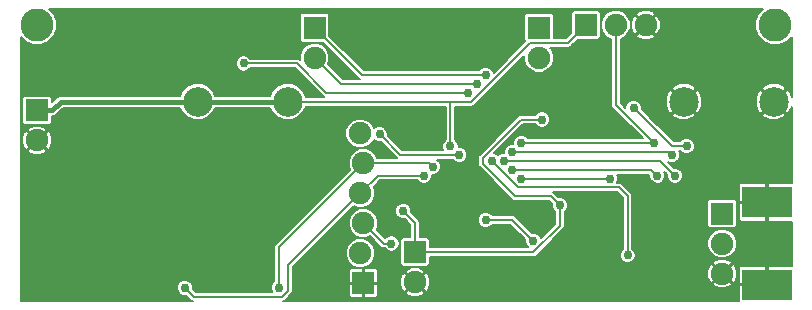
<source format=gbl>
G04 (created by PCBNEW (2013-07-07 BZR 4022)-stable) date 2/9/2014 4:03:41 PM*
%MOIN*%
G04 Gerber Fmt 3.4, Leading zero omitted, Abs format*
%FSLAX34Y34*%
G01*
G70*
G90*
G04 APERTURE LIST*
%ADD10C,0.00590551*%
%ADD11R,0.075X0.075*%
%ADD12C,0.075*%
%ADD13C,0.0984252*%
%ADD14C,0.110236*%
%ADD15R,0.165X0.1049*%
%ADD16C,0.03*%
%ADD17C,0.035*%
%ADD18C,0.008*%
%ADD19C,0.016*%
G04 APERTURE END LIST*
G54D10*
G54D11*
X11664Y-9389D03*
G54D12*
X11564Y-8389D03*
X11664Y-7389D03*
X11564Y-6389D03*
X11664Y-5389D03*
X11555Y-4397D03*
G54D11*
X17519Y-877D03*
G54D12*
X17519Y-1877D03*
G54D11*
X13385Y-8358D03*
G54D12*
X13385Y-9358D03*
G54D11*
X10039Y-877D03*
G54D12*
X10039Y-1877D03*
G54D11*
X787Y-3633D03*
G54D12*
X787Y-4633D03*
G54D11*
X19078Y-787D03*
G54D12*
X20078Y-787D03*
X21078Y-787D03*
G54D11*
X23622Y-7070D03*
G54D12*
X23622Y-8070D03*
X23622Y-9070D03*
G54D13*
X9147Y-3346D03*
X6147Y-3346D03*
X25348Y-3346D03*
X22348Y-3346D03*
G54D14*
X25393Y-787D03*
X787Y-787D03*
G54D15*
X25118Y-9448D03*
X25118Y-6692D03*
G54D16*
X12992Y-6988D03*
X17618Y-3937D03*
X18208Y-6791D03*
X12598Y-8070D03*
X14566Y-4822D03*
X17322Y-7972D03*
X15748Y-7283D03*
X15944Y-5314D03*
X20472Y-8464D03*
X15452Y-2755D03*
X15748Y-2460D03*
X15157Y-3051D03*
X7677Y-2066D03*
X12204Y-4429D03*
X14862Y-5118D03*
X22047Y-5807D03*
X16338Y-5314D03*
X5708Y-9547D03*
X13681Y-5807D03*
X21456Y-5807D03*
X16633Y-5610D03*
X21948Y-5118D03*
X16633Y-5019D03*
X19881Y-5905D03*
X16929Y-5905D03*
X16929Y-4724D03*
X21358Y-4724D03*
X8858Y-9547D03*
X13976Y-5511D03*
X22440Y-4822D03*
X20669Y-3543D03*
X17618Y-6791D03*
X17125Y-3346D03*
X19586Y-2165D03*
X18799Y-2952D03*
X19586Y-2952D03*
X20374Y-2165D03*
X18799Y-2165D03*
X21751Y-8464D03*
X21161Y-8464D03*
X20866Y-6988D03*
X22440Y-6889D03*
X21751Y-6988D03*
X23228Y-2952D03*
X20472Y-2952D03*
X21062Y-2952D03*
X23720Y-2460D03*
X21948Y-2165D03*
X21161Y-2165D03*
X22736Y-2165D03*
X24015Y-3346D03*
X1870Y-8169D03*
X590Y-7480D03*
X1870Y-8858D03*
X590Y-9547D03*
X393Y-8267D03*
X393Y-8759D03*
X10433Y-9645D03*
X18799Y-9153D03*
X14763Y-787D03*
X12500Y-787D03*
X13188Y-3641D03*
X24901Y-5807D03*
X24901Y-4822D03*
X22440Y-9055D03*
X3543Y-787D03*
X3543Y-393D03*
X3543Y-4921D03*
X3543Y-5314D03*
X3543Y-4527D03*
X10433Y-5314D03*
X8543Y-6259D03*
X6023Y-6259D03*
X7283Y-6259D03*
X3503Y-6259D03*
X2874Y-6259D03*
X2244Y-6259D03*
X7283Y-8661D03*
X8543Y-8661D03*
X12598Y-6889D03*
X18897Y-6988D03*
X20669Y-5905D03*
G54D17*
X16437Y-9153D03*
G54D18*
X13385Y-7381D02*
X13385Y-8358D01*
X12992Y-6988D02*
X13385Y-7381D01*
X13385Y-8358D02*
X17330Y-8358D01*
X17330Y-8358D02*
X18208Y-7480D01*
X18208Y-7480D02*
X18208Y-6791D01*
X15649Y-5216D02*
X15649Y-5413D01*
X17913Y-6496D02*
X16732Y-6496D01*
X17913Y-6496D02*
X18208Y-6791D01*
X16929Y-3937D02*
X17618Y-3937D01*
X16732Y-6496D02*
X15649Y-5413D01*
X15649Y-5216D02*
X16929Y-3937D01*
X12345Y-8070D02*
X11664Y-7389D01*
X12598Y-8070D02*
X12345Y-8070D01*
G54D19*
X6147Y-3346D02*
X1574Y-3346D01*
X1287Y-3633D02*
X787Y-3633D01*
X1574Y-3346D02*
X1287Y-3633D01*
G54D18*
X14566Y-3346D02*
X14566Y-4822D01*
G54D19*
X6147Y-3346D02*
X9147Y-3346D01*
G54D18*
X9147Y-3346D02*
X14566Y-3346D01*
X14566Y-3346D02*
X15255Y-3346D01*
X15255Y-3346D02*
X17224Y-1377D01*
X17224Y-1377D02*
X18488Y-1377D01*
X18488Y-1377D02*
X19078Y-787D01*
X16633Y-7283D02*
X17322Y-7972D01*
X15748Y-7283D02*
X16633Y-7283D01*
X15944Y-5314D02*
X16830Y-6200D01*
X20472Y-6496D02*
X20472Y-8464D01*
X20177Y-6200D02*
X20472Y-6496D01*
X16830Y-6200D02*
X20177Y-6200D01*
X15452Y-2755D02*
X10917Y-2755D01*
X10917Y-2755D02*
X10039Y-1877D01*
X15748Y-2460D02*
X11622Y-2460D01*
X11622Y-2460D02*
X10039Y-877D01*
X15157Y-3051D02*
X10433Y-3051D01*
X9448Y-2066D02*
X7677Y-2066D01*
X10433Y-3051D02*
X9448Y-2066D01*
X12893Y-5118D02*
X12204Y-4429D01*
X14862Y-5118D02*
X12893Y-5118D01*
X21555Y-5314D02*
X16338Y-5314D01*
X21555Y-5314D02*
X22047Y-5807D01*
X5708Y-9547D02*
X6003Y-9842D01*
X9153Y-8800D02*
X11564Y-6389D01*
X9153Y-9645D02*
X9153Y-8800D01*
X8956Y-9842D02*
X9153Y-9645D01*
X6003Y-9842D02*
X8956Y-9842D01*
X13681Y-5807D02*
X12146Y-5807D01*
X12146Y-5807D02*
X11564Y-6389D01*
X21259Y-5610D02*
X16633Y-5610D01*
X21259Y-5610D02*
X21456Y-5807D01*
X21948Y-5118D02*
X21850Y-5019D01*
X21850Y-5019D02*
X16633Y-5019D01*
X16929Y-5905D02*
X19881Y-5905D01*
X20078Y-787D02*
X20078Y-3444D01*
X20078Y-3444D02*
X21358Y-4724D01*
X21358Y-4724D02*
X16929Y-4724D01*
X8858Y-9547D02*
X8858Y-8195D01*
X8858Y-8195D02*
X11664Y-5389D01*
X11664Y-5389D02*
X13854Y-5389D01*
X13854Y-5389D02*
X13976Y-5511D01*
X21948Y-4822D02*
X22440Y-4822D01*
X20669Y-3543D02*
X21948Y-4822D01*
X19586Y-2165D02*
X19586Y-2952D01*
G54D10*
G36*
X25944Y-8804D02*
X25168Y-8804D01*
X25138Y-8834D01*
X25138Y-9428D01*
X25145Y-9428D01*
X25145Y-9468D01*
X25138Y-9468D01*
X25138Y-9476D01*
X25098Y-9476D01*
X25098Y-9468D01*
X25098Y-9428D01*
X25098Y-8834D01*
X25098Y-7307D01*
X25098Y-6712D01*
X25098Y-6672D01*
X25098Y-6078D01*
X25068Y-6048D01*
X24269Y-6048D01*
X24225Y-6066D01*
X24191Y-6100D01*
X24173Y-6144D01*
X24173Y-6192D01*
X24173Y-6642D01*
X24203Y-6672D01*
X25098Y-6672D01*
X25098Y-6712D01*
X24203Y-6712D01*
X24173Y-6742D01*
X24173Y-7193D01*
X24173Y-7241D01*
X24191Y-7285D01*
X24225Y-7319D01*
X24269Y-7337D01*
X25068Y-7337D01*
X25098Y-7307D01*
X25098Y-8834D01*
X25068Y-8804D01*
X24269Y-8804D01*
X24225Y-8822D01*
X24191Y-8856D01*
X24173Y-8900D01*
X24173Y-8948D01*
X24173Y-9398D01*
X24203Y-9428D01*
X25098Y-9428D01*
X25098Y-9468D01*
X24203Y-9468D01*
X24173Y-9498D01*
X24173Y-9949D01*
X24173Y-9997D01*
X24173Y-9999D01*
X24117Y-9999D01*
X24117Y-7972D01*
X24117Y-7972D01*
X24117Y-7422D01*
X24117Y-6672D01*
X24098Y-6627D01*
X24065Y-6594D01*
X24021Y-6575D01*
X23973Y-6575D01*
X23223Y-6575D01*
X23179Y-6594D01*
X23145Y-6627D01*
X23127Y-6671D01*
X23127Y-6719D01*
X23127Y-7469D01*
X23145Y-7513D01*
X23178Y-7547D01*
X23223Y-7565D01*
X23270Y-7565D01*
X24020Y-7565D01*
X24064Y-7547D01*
X24098Y-7513D01*
X24117Y-7469D01*
X24117Y-7422D01*
X24117Y-7972D01*
X24041Y-7790D01*
X23902Y-7651D01*
X23720Y-7575D01*
X23524Y-7575D01*
X23342Y-7650D01*
X23202Y-7790D01*
X23127Y-7971D01*
X23126Y-8168D01*
X23202Y-8350D01*
X23341Y-8490D01*
X23523Y-8565D01*
X23720Y-8565D01*
X23902Y-8490D01*
X24041Y-8351D01*
X24116Y-8169D01*
X24117Y-7972D01*
X24117Y-9999D01*
X24117Y-9999D01*
X24117Y-9169D01*
X24117Y-8972D01*
X24041Y-8790D01*
X23971Y-8749D01*
X23943Y-8777D01*
X23943Y-8721D01*
X23902Y-8651D01*
X23720Y-8575D01*
X23523Y-8575D01*
X23341Y-8651D01*
X23300Y-8721D01*
X23622Y-9042D01*
X23943Y-8721D01*
X23943Y-8777D01*
X23650Y-9070D01*
X23971Y-9392D01*
X24041Y-9351D01*
X24117Y-9169D01*
X24117Y-9999D01*
X23943Y-9999D01*
X23943Y-9420D01*
X23622Y-9099D01*
X23593Y-9127D01*
X23593Y-9070D01*
X23272Y-8749D01*
X23202Y-8790D01*
X23127Y-8972D01*
X23127Y-9169D01*
X23202Y-9351D01*
X23272Y-9392D01*
X23593Y-9070D01*
X23593Y-9127D01*
X23300Y-9420D01*
X23341Y-9490D01*
X23523Y-9565D01*
X23720Y-9565D01*
X23902Y-9490D01*
X23943Y-9420D01*
X23943Y-9999D01*
X22961Y-9999D01*
X22961Y-3229D01*
X22869Y-3003D01*
X22864Y-2995D01*
X22782Y-2940D01*
X22754Y-2969D01*
X22754Y-2912D01*
X22698Y-2830D01*
X22474Y-2735D01*
X22231Y-2733D01*
X22005Y-2825D01*
X21997Y-2830D01*
X21942Y-2912D01*
X22348Y-3318D01*
X22754Y-2912D01*
X22754Y-2969D01*
X22376Y-3346D01*
X22782Y-3752D01*
X22864Y-3696D01*
X22959Y-3472D01*
X22961Y-3229D01*
X22961Y-9999D01*
X22754Y-9999D01*
X22754Y-3780D01*
X22348Y-3374D01*
X22320Y-3403D01*
X22320Y-3346D01*
X21914Y-2940D01*
X21832Y-2995D01*
X21737Y-3220D01*
X21735Y-3463D01*
X21827Y-3689D01*
X21832Y-3696D01*
X21914Y-3752D01*
X22320Y-3346D01*
X22320Y-3403D01*
X21942Y-3780D01*
X21997Y-3862D01*
X22222Y-3957D01*
X22465Y-3959D01*
X22691Y-3867D01*
X22698Y-3862D01*
X22754Y-3780D01*
X22754Y-9999D01*
X22710Y-9999D01*
X22710Y-4769D01*
X22669Y-4670D01*
X22594Y-4594D01*
X22494Y-4552D01*
X22387Y-4552D01*
X22288Y-4593D01*
X22219Y-4662D01*
X22015Y-4662D01*
X21573Y-4221D01*
X21573Y-885D01*
X21573Y-688D01*
X21498Y-507D01*
X21428Y-466D01*
X21399Y-494D01*
X21399Y-437D01*
X21358Y-367D01*
X21177Y-292D01*
X20980Y-292D01*
X20798Y-367D01*
X20757Y-437D01*
X21078Y-759D01*
X21399Y-437D01*
X21399Y-494D01*
X21107Y-787D01*
X21428Y-1108D01*
X21498Y-1067D01*
X21573Y-885D01*
X21573Y-4221D01*
X21399Y-4047D01*
X21399Y-1136D01*
X21078Y-815D01*
X21050Y-843D01*
X21050Y-787D01*
X20729Y-466D01*
X20658Y-507D01*
X20583Y-689D01*
X20583Y-886D01*
X20658Y-1067D01*
X20729Y-1108D01*
X21050Y-787D01*
X21050Y-843D01*
X20757Y-1136D01*
X20798Y-1207D01*
X20980Y-1282D01*
X21177Y-1282D01*
X21358Y-1207D01*
X21399Y-1136D01*
X21399Y-4047D01*
X20939Y-3586D01*
X20939Y-3489D01*
X20898Y-3390D01*
X20822Y-3314D01*
X20723Y-3273D01*
X20615Y-3273D01*
X20516Y-3314D01*
X20440Y-3390D01*
X20399Y-3489D01*
X20399Y-3539D01*
X20238Y-3378D01*
X20238Y-1256D01*
X20358Y-1207D01*
X20498Y-1068D01*
X20573Y-886D01*
X20573Y-689D01*
X20498Y-507D01*
X20359Y-368D01*
X20177Y-292D01*
X19980Y-292D01*
X19798Y-367D01*
X19659Y-506D01*
X19583Y-688D01*
X19583Y-885D01*
X19658Y-1067D01*
X19797Y-1206D01*
X19918Y-1256D01*
X19918Y-3444D01*
X19930Y-3506D01*
X19965Y-3558D01*
X20971Y-4564D01*
X17150Y-4564D01*
X17082Y-4495D01*
X16983Y-4454D01*
X16875Y-4454D01*
X16776Y-4495D01*
X16700Y-4571D01*
X16659Y-4670D01*
X16659Y-4749D01*
X16580Y-4749D01*
X16481Y-4790D01*
X16405Y-4866D01*
X16363Y-4965D01*
X16363Y-5044D01*
X16285Y-5044D01*
X16185Y-5085D01*
X16141Y-5129D01*
X16098Y-5086D01*
X16033Y-5059D01*
X16995Y-4097D01*
X17396Y-4097D01*
X17464Y-4165D01*
X17564Y-4206D01*
X17671Y-4207D01*
X17770Y-4166D01*
X17846Y-4090D01*
X17888Y-3990D01*
X17888Y-3883D01*
X17847Y-3784D01*
X17771Y-3708D01*
X17672Y-3667D01*
X17564Y-3666D01*
X17465Y-3707D01*
X17396Y-3777D01*
X16929Y-3777D01*
X16867Y-3789D01*
X16815Y-3823D01*
X15536Y-5103D01*
X15501Y-5155D01*
X15489Y-5216D01*
X15489Y-5413D01*
X15501Y-5474D01*
X15536Y-5526D01*
X16619Y-6609D01*
X16671Y-6643D01*
X16732Y-6656D01*
X17847Y-6656D01*
X17938Y-6747D01*
X17938Y-6844D01*
X17979Y-6944D01*
X18048Y-7013D01*
X18048Y-7414D01*
X17578Y-7884D01*
X17551Y-7819D01*
X17475Y-7743D01*
X17376Y-7702D01*
X17279Y-7702D01*
X16746Y-7170D01*
X16695Y-7135D01*
X16633Y-7123D01*
X15969Y-7123D01*
X15901Y-7054D01*
X15801Y-7013D01*
X15694Y-7013D01*
X15595Y-7054D01*
X15519Y-7130D01*
X15478Y-7229D01*
X15477Y-7336D01*
X15519Y-7436D01*
X15594Y-7512D01*
X15694Y-7553D01*
X15801Y-7553D01*
X15900Y-7512D01*
X15969Y-7443D01*
X16567Y-7443D01*
X17052Y-7928D01*
X17052Y-8025D01*
X17093Y-8125D01*
X17166Y-8198D01*
X13880Y-8198D01*
X13880Y-7959D01*
X13862Y-7915D01*
X13828Y-7881D01*
X13784Y-7863D01*
X13737Y-7863D01*
X13545Y-7863D01*
X13545Y-7381D01*
X13533Y-7320D01*
X13498Y-7268D01*
X13498Y-7268D01*
X13262Y-7031D01*
X13262Y-6934D01*
X13221Y-6835D01*
X13145Y-6759D01*
X13046Y-6718D01*
X12938Y-6718D01*
X12839Y-6759D01*
X12763Y-6835D01*
X12722Y-6934D01*
X12722Y-7041D01*
X12763Y-7140D01*
X12838Y-7216D01*
X12938Y-7258D01*
X13035Y-7258D01*
X13225Y-7448D01*
X13225Y-7863D01*
X12987Y-7863D01*
X12942Y-7881D01*
X12909Y-7915D01*
X12890Y-7959D01*
X12890Y-8007D01*
X12890Y-8757D01*
X12909Y-8801D01*
X12942Y-8834D01*
X12986Y-8853D01*
X13034Y-8853D01*
X13784Y-8853D01*
X13828Y-8835D01*
X13862Y-8801D01*
X13880Y-8757D01*
X13880Y-8709D01*
X13880Y-8518D01*
X17330Y-8518D01*
X17391Y-8506D01*
X17391Y-8506D01*
X17443Y-8471D01*
X18321Y-7593D01*
X18356Y-7541D01*
X18368Y-7480D01*
X18368Y-7013D01*
X18437Y-6944D01*
X18478Y-6845D01*
X18478Y-6737D01*
X18437Y-6638D01*
X18361Y-6562D01*
X18262Y-6521D01*
X18164Y-6521D01*
X18026Y-6382D01*
X17993Y-6360D01*
X20110Y-6360D01*
X20312Y-6562D01*
X20312Y-8242D01*
X20243Y-8311D01*
X20202Y-8410D01*
X20202Y-8518D01*
X20243Y-8617D01*
X20319Y-8693D01*
X20418Y-8734D01*
X20525Y-8734D01*
X20625Y-8693D01*
X20701Y-8617D01*
X20742Y-8518D01*
X20742Y-8411D01*
X20701Y-8311D01*
X20632Y-8242D01*
X20632Y-6496D01*
X20620Y-6434D01*
X20585Y-6382D01*
X20290Y-6087D01*
X20238Y-6052D01*
X20177Y-6040D01*
X20118Y-6040D01*
X20151Y-5959D01*
X20151Y-5852D01*
X20118Y-5770D01*
X21186Y-5770D01*
X21186Y-5860D01*
X21227Y-5959D01*
X21303Y-6035D01*
X21402Y-6077D01*
X21510Y-6077D01*
X21609Y-6036D01*
X21685Y-5960D01*
X21726Y-5861D01*
X21726Y-5753D01*
X21698Y-5684D01*
X21777Y-5763D01*
X21777Y-5860D01*
X21818Y-5959D01*
X21894Y-6035D01*
X21993Y-6077D01*
X22100Y-6077D01*
X22199Y-6036D01*
X22276Y-5960D01*
X22317Y-5861D01*
X22317Y-5753D01*
X22276Y-5654D01*
X22200Y-5578D01*
X22101Y-5537D01*
X22003Y-5537D01*
X21825Y-5359D01*
X21894Y-5388D01*
X22002Y-5388D01*
X22101Y-5347D01*
X22177Y-5271D01*
X22218Y-5172D01*
X22218Y-5064D01*
X22185Y-4982D01*
X22219Y-4982D01*
X22287Y-5051D01*
X22387Y-5092D01*
X22494Y-5092D01*
X22593Y-5051D01*
X22669Y-4975D01*
X22710Y-4876D01*
X22710Y-4769D01*
X22710Y-9999D01*
X13880Y-9999D01*
X13880Y-9456D01*
X13880Y-9259D01*
X13805Y-9078D01*
X13735Y-9037D01*
X13707Y-9065D01*
X13707Y-9008D01*
X13666Y-8938D01*
X13484Y-8863D01*
X13287Y-8863D01*
X13105Y-8938D01*
X13064Y-9008D01*
X13385Y-9329D01*
X13707Y-9008D01*
X13707Y-9065D01*
X13414Y-9358D01*
X13735Y-9679D01*
X13805Y-9638D01*
X13880Y-9456D01*
X13880Y-9999D01*
X13707Y-9999D01*
X13707Y-9707D01*
X13385Y-9386D01*
X13357Y-9414D01*
X13357Y-9358D01*
X13036Y-9037D01*
X12966Y-9078D01*
X12890Y-9259D01*
X12890Y-9456D01*
X12966Y-9638D01*
X13036Y-9679D01*
X13357Y-9358D01*
X13357Y-9414D01*
X13064Y-9707D01*
X13105Y-9778D01*
X13287Y-9853D01*
X13484Y-9853D01*
X13666Y-9778D01*
X13707Y-9707D01*
X13707Y-9999D01*
X12868Y-9999D01*
X12868Y-8017D01*
X12827Y-7918D01*
X12751Y-7842D01*
X12652Y-7800D01*
X12544Y-7800D01*
X12445Y-7841D01*
X12394Y-7893D01*
X12109Y-7608D01*
X12159Y-7488D01*
X12159Y-7291D01*
X12084Y-7109D01*
X11944Y-6970D01*
X11763Y-6894D01*
X11566Y-6894D01*
X11384Y-6969D01*
X11244Y-7109D01*
X11169Y-7290D01*
X11169Y-7487D01*
X11244Y-7669D01*
X11383Y-7809D01*
X11565Y-7884D01*
X11762Y-7884D01*
X11883Y-7834D01*
X12232Y-8184D01*
X12232Y-8184D01*
X12284Y-8218D01*
X12345Y-8230D01*
X12376Y-8230D01*
X12445Y-8299D01*
X12544Y-8340D01*
X12651Y-8340D01*
X12751Y-8299D01*
X12827Y-8224D01*
X12868Y-8124D01*
X12868Y-8017D01*
X12868Y-9999D01*
X12159Y-9999D01*
X12159Y-9788D01*
X12159Y-8990D01*
X12140Y-8946D01*
X12107Y-8913D01*
X12063Y-8894D01*
X12059Y-8894D01*
X12059Y-8291D01*
X11984Y-8109D01*
X11844Y-7970D01*
X11663Y-7894D01*
X11466Y-7894D01*
X11284Y-7969D01*
X11144Y-8109D01*
X11069Y-8290D01*
X11069Y-8487D01*
X11144Y-8669D01*
X11283Y-8809D01*
X11465Y-8884D01*
X11662Y-8884D01*
X11844Y-8809D01*
X11983Y-8670D01*
X12059Y-8488D01*
X12059Y-8291D01*
X12059Y-8894D01*
X12015Y-8894D01*
X11714Y-8894D01*
X11684Y-8924D01*
X11684Y-9369D01*
X12129Y-9369D01*
X12159Y-9339D01*
X12159Y-8990D01*
X12159Y-9788D01*
X12159Y-9439D01*
X12129Y-9409D01*
X11684Y-9409D01*
X11684Y-9854D01*
X11714Y-9884D01*
X12015Y-9884D01*
X12063Y-9884D01*
X12107Y-9866D01*
X12140Y-9832D01*
X12159Y-9788D01*
X12159Y-9999D01*
X11644Y-9999D01*
X11644Y-9854D01*
X11644Y-9409D01*
X11644Y-9369D01*
X11644Y-8924D01*
X11614Y-8894D01*
X11312Y-8894D01*
X11265Y-8894D01*
X11221Y-8913D01*
X11187Y-8946D01*
X11169Y-8990D01*
X11169Y-9339D01*
X11199Y-9369D01*
X11644Y-9369D01*
X11644Y-9409D01*
X11199Y-9409D01*
X11169Y-9439D01*
X11169Y-9788D01*
X11187Y-9832D01*
X11221Y-9866D01*
X11265Y-9884D01*
X11312Y-9884D01*
X11614Y-9884D01*
X11644Y-9854D01*
X11644Y-9999D01*
X8972Y-9999D01*
X9017Y-9990D01*
X9017Y-9990D01*
X9069Y-9955D01*
X9266Y-9758D01*
X9266Y-9758D01*
X9301Y-9706D01*
X9313Y-9645D01*
X9313Y-9645D01*
X9313Y-8866D01*
X11345Y-6834D01*
X11465Y-6884D01*
X11662Y-6884D01*
X11844Y-6809D01*
X11983Y-6670D01*
X12059Y-6488D01*
X12059Y-6291D01*
X12009Y-6170D01*
X12213Y-5967D01*
X13459Y-5967D01*
X13527Y-6035D01*
X13627Y-6077D01*
X13734Y-6077D01*
X13833Y-6036D01*
X13909Y-5960D01*
X13951Y-5861D01*
X13951Y-5781D01*
X14029Y-5781D01*
X14129Y-5740D01*
X14205Y-5664D01*
X14246Y-5565D01*
X14246Y-5458D01*
X14205Y-5359D01*
X14129Y-5283D01*
X14117Y-5278D01*
X14640Y-5278D01*
X14709Y-5346D01*
X14808Y-5388D01*
X14915Y-5388D01*
X15014Y-5347D01*
X15090Y-5271D01*
X15132Y-5172D01*
X15132Y-5064D01*
X15091Y-4965D01*
X15015Y-4889D01*
X14916Y-4848D01*
X14836Y-4848D01*
X14836Y-4769D01*
X14795Y-4670D01*
X14726Y-4600D01*
X14726Y-3506D01*
X15255Y-3506D01*
X15317Y-3494D01*
X15317Y-3494D01*
X15369Y-3459D01*
X17024Y-1803D01*
X17024Y-1975D01*
X17099Y-2157D01*
X17238Y-2297D01*
X17420Y-2372D01*
X17617Y-2373D01*
X17799Y-2297D01*
X17939Y-2158D01*
X18014Y-1976D01*
X18014Y-1779D01*
X17939Y-1597D01*
X17879Y-1537D01*
X18488Y-1537D01*
X18549Y-1525D01*
X18549Y-1525D01*
X18601Y-1491D01*
X18809Y-1282D01*
X19477Y-1282D01*
X19521Y-1264D01*
X19555Y-1230D01*
X19573Y-1186D01*
X19573Y-1138D01*
X19573Y-388D01*
X19555Y-344D01*
X19521Y-310D01*
X19477Y-292D01*
X19429Y-292D01*
X18679Y-292D01*
X18635Y-310D01*
X18602Y-344D01*
X18583Y-388D01*
X18583Y-436D01*
X18583Y-1056D01*
X18421Y-1217D01*
X18014Y-1217D01*
X18014Y-479D01*
X17996Y-435D01*
X17962Y-401D01*
X17918Y-382D01*
X17870Y-382D01*
X17120Y-382D01*
X17076Y-401D01*
X17043Y-434D01*
X17024Y-478D01*
X17024Y-526D01*
X17024Y-1276D01*
X17042Y-1320D01*
X17049Y-1327D01*
X16003Y-2372D01*
X15977Y-2307D01*
X15901Y-2231D01*
X15801Y-2190D01*
X15694Y-2190D01*
X15595Y-2231D01*
X15526Y-2300D01*
X11688Y-2300D01*
X10534Y-1146D01*
X10534Y-479D01*
X10516Y-435D01*
X10482Y-401D01*
X10438Y-382D01*
X10390Y-382D01*
X9640Y-382D01*
X9596Y-401D01*
X9562Y-434D01*
X9544Y-478D01*
X9544Y-526D01*
X9544Y-1276D01*
X9562Y-1320D01*
X9596Y-1354D01*
X9640Y-1372D01*
X9688Y-1372D01*
X10308Y-1372D01*
X11508Y-2573D01*
X11508Y-2573D01*
X11542Y-2595D01*
X10983Y-2595D01*
X10484Y-2096D01*
X10534Y-1976D01*
X10534Y-1779D01*
X10459Y-1597D01*
X10320Y-1458D01*
X10138Y-1383D01*
X9941Y-1382D01*
X9759Y-1458D01*
X9619Y-1597D01*
X9544Y-1779D01*
X9544Y-1942D01*
X9510Y-1919D01*
X9448Y-1906D01*
X7898Y-1906D01*
X7830Y-1838D01*
X7731Y-1796D01*
X7623Y-1796D01*
X7524Y-1837D01*
X7448Y-1913D01*
X7407Y-2012D01*
X7407Y-2120D01*
X7448Y-2219D01*
X7524Y-2295D01*
X7623Y-2336D01*
X7730Y-2336D01*
X7829Y-2295D01*
X7899Y-2226D01*
X9382Y-2226D01*
X10319Y-3164D01*
X10319Y-3164D01*
X10353Y-3186D01*
X9743Y-3186D01*
X9666Y-3000D01*
X9494Y-2827D01*
X9269Y-2734D01*
X9026Y-2734D01*
X8801Y-2827D01*
X8629Y-2999D01*
X8567Y-3146D01*
X6727Y-3146D01*
X6666Y-3000D01*
X6494Y-2827D01*
X6269Y-2734D01*
X6026Y-2734D01*
X5801Y-2827D01*
X5629Y-2999D01*
X5567Y-3146D01*
X1574Y-3146D01*
X1498Y-3161D01*
X1476Y-3176D01*
X1433Y-3205D01*
X1282Y-3355D01*
X1282Y-3235D01*
X1264Y-3190D01*
X1230Y-3157D01*
X1186Y-3138D01*
X1138Y-3138D01*
X388Y-3138D01*
X344Y-3157D01*
X310Y-3190D01*
X292Y-3234D01*
X292Y-3282D01*
X292Y-4032D01*
X310Y-4076D01*
X344Y-4110D01*
X388Y-4128D01*
X436Y-4128D01*
X1186Y-4128D01*
X1230Y-4110D01*
X1264Y-4076D01*
X1282Y-4032D01*
X1282Y-3985D01*
X1282Y-3833D01*
X1287Y-3833D01*
X1363Y-3818D01*
X1428Y-3775D01*
X1657Y-3546D01*
X5567Y-3546D01*
X5628Y-3692D01*
X5800Y-3865D01*
X6025Y-3958D01*
X6268Y-3958D01*
X6493Y-3865D01*
X6666Y-3693D01*
X6727Y-3546D01*
X8567Y-3546D01*
X8628Y-3692D01*
X8800Y-3865D01*
X9025Y-3958D01*
X9268Y-3958D01*
X9493Y-3865D01*
X9666Y-3693D01*
X9744Y-3506D01*
X14406Y-3506D01*
X14406Y-4601D01*
X14338Y-4669D01*
X14296Y-4768D01*
X14296Y-4876D01*
X14330Y-4958D01*
X12959Y-4958D01*
X12474Y-4472D01*
X12474Y-4375D01*
X12433Y-4276D01*
X12357Y-4200D01*
X12258Y-4159D01*
X12151Y-4159D01*
X12051Y-4200D01*
X12021Y-4230D01*
X11975Y-4117D01*
X11835Y-3978D01*
X11654Y-3902D01*
X11457Y-3902D01*
X11275Y-3977D01*
X11135Y-4116D01*
X11060Y-4298D01*
X11060Y-4495D01*
X11135Y-4677D01*
X11274Y-4817D01*
X11456Y-4892D01*
X11653Y-4892D01*
X11835Y-4817D01*
X11974Y-4678D01*
X12003Y-4609D01*
X12051Y-4657D01*
X12150Y-4699D01*
X12248Y-4699D01*
X12779Y-5229D01*
X12133Y-5229D01*
X12084Y-5109D01*
X11944Y-4970D01*
X11763Y-4894D01*
X11566Y-4894D01*
X11384Y-4969D01*
X11244Y-5109D01*
X11169Y-5290D01*
X11169Y-5487D01*
X11219Y-5608D01*
X8745Y-8082D01*
X8710Y-8134D01*
X8698Y-8195D01*
X8698Y-9325D01*
X8629Y-9394D01*
X8588Y-9493D01*
X8588Y-9600D01*
X8622Y-9682D01*
X6070Y-9682D01*
X5978Y-9590D01*
X5978Y-9493D01*
X5937Y-9394D01*
X5861Y-9318D01*
X5762Y-9277D01*
X5655Y-9277D01*
X5555Y-9318D01*
X5479Y-9394D01*
X5438Y-9493D01*
X5438Y-9600D01*
X5479Y-9699D01*
X5555Y-9776D01*
X5654Y-9817D01*
X5752Y-9817D01*
X5890Y-9955D01*
X5942Y-9990D01*
X5988Y-9999D01*
X1282Y-9999D01*
X1282Y-4732D01*
X1282Y-4535D01*
X1207Y-4353D01*
X1136Y-4312D01*
X1108Y-4340D01*
X1108Y-4284D01*
X1067Y-4214D01*
X885Y-4138D01*
X688Y-4138D01*
X507Y-4214D01*
X466Y-4284D01*
X787Y-4605D01*
X1108Y-4284D01*
X1108Y-4340D01*
X815Y-4633D01*
X1136Y-4955D01*
X1207Y-4914D01*
X1282Y-4732D01*
X1282Y-9999D01*
X1108Y-9999D01*
X1108Y-4983D01*
X787Y-4662D01*
X759Y-4690D01*
X759Y-4633D01*
X437Y-4312D01*
X367Y-4353D01*
X292Y-4535D01*
X292Y-4732D01*
X367Y-4914D01*
X437Y-4955D01*
X759Y-4633D01*
X759Y-4690D01*
X466Y-4983D01*
X507Y-5053D01*
X689Y-5128D01*
X886Y-5128D01*
X1067Y-5053D01*
X1108Y-4983D01*
X1108Y-9999D01*
X236Y-9999D01*
X236Y-1185D01*
X406Y-1356D01*
X653Y-1458D01*
X920Y-1458D01*
X1167Y-1356D01*
X1356Y-1168D01*
X1458Y-921D01*
X1458Y-654D01*
X1356Y-407D01*
X1186Y-236D01*
X24995Y-236D01*
X24825Y-406D01*
X24722Y-653D01*
X24722Y-920D01*
X24824Y-1167D01*
X25013Y-1356D01*
X25259Y-1458D01*
X25526Y-1458D01*
X25773Y-1356D01*
X25944Y-1186D01*
X25944Y-3186D01*
X25869Y-3003D01*
X25864Y-2995D01*
X25782Y-2940D01*
X25754Y-2969D01*
X25754Y-2912D01*
X25698Y-2830D01*
X25474Y-2735D01*
X25231Y-2733D01*
X25005Y-2825D01*
X24997Y-2830D01*
X24942Y-2912D01*
X25348Y-3318D01*
X25754Y-2912D01*
X25754Y-2969D01*
X25376Y-3346D01*
X25782Y-3752D01*
X25864Y-3696D01*
X25944Y-3509D01*
X25944Y-6048D01*
X25754Y-6048D01*
X25754Y-3780D01*
X25348Y-3374D01*
X25320Y-3403D01*
X25320Y-3346D01*
X24914Y-2940D01*
X24832Y-2995D01*
X24737Y-3220D01*
X24735Y-3463D01*
X24827Y-3689D01*
X24832Y-3696D01*
X24914Y-3752D01*
X25320Y-3346D01*
X25320Y-3403D01*
X24942Y-3780D01*
X24997Y-3862D01*
X25222Y-3957D01*
X25465Y-3959D01*
X25691Y-3867D01*
X25698Y-3862D01*
X25754Y-3780D01*
X25754Y-6048D01*
X25168Y-6048D01*
X25138Y-6078D01*
X25138Y-6672D01*
X25145Y-6672D01*
X25145Y-6712D01*
X25138Y-6712D01*
X25138Y-7307D01*
X25168Y-7337D01*
X25944Y-7337D01*
X25944Y-8804D01*
X25944Y-8804D01*
G37*
G54D18*
X25944Y-8804D02*
X25168Y-8804D01*
X25138Y-8834D01*
X25138Y-9428D01*
X25145Y-9428D01*
X25145Y-9468D01*
X25138Y-9468D01*
X25138Y-9476D01*
X25098Y-9476D01*
X25098Y-9468D01*
X25098Y-9428D01*
X25098Y-8834D01*
X25098Y-7307D01*
X25098Y-6712D01*
X25098Y-6672D01*
X25098Y-6078D01*
X25068Y-6048D01*
X24269Y-6048D01*
X24225Y-6066D01*
X24191Y-6100D01*
X24173Y-6144D01*
X24173Y-6192D01*
X24173Y-6642D01*
X24203Y-6672D01*
X25098Y-6672D01*
X25098Y-6712D01*
X24203Y-6712D01*
X24173Y-6742D01*
X24173Y-7193D01*
X24173Y-7241D01*
X24191Y-7285D01*
X24225Y-7319D01*
X24269Y-7337D01*
X25068Y-7337D01*
X25098Y-7307D01*
X25098Y-8834D01*
X25068Y-8804D01*
X24269Y-8804D01*
X24225Y-8822D01*
X24191Y-8856D01*
X24173Y-8900D01*
X24173Y-8948D01*
X24173Y-9398D01*
X24203Y-9428D01*
X25098Y-9428D01*
X25098Y-9468D01*
X24203Y-9468D01*
X24173Y-9498D01*
X24173Y-9949D01*
X24173Y-9997D01*
X24173Y-9999D01*
X24117Y-9999D01*
X24117Y-7972D01*
X24117Y-7972D01*
X24117Y-7422D01*
X24117Y-6672D01*
X24098Y-6627D01*
X24065Y-6594D01*
X24021Y-6575D01*
X23973Y-6575D01*
X23223Y-6575D01*
X23179Y-6594D01*
X23145Y-6627D01*
X23127Y-6671D01*
X23127Y-6719D01*
X23127Y-7469D01*
X23145Y-7513D01*
X23178Y-7547D01*
X23223Y-7565D01*
X23270Y-7565D01*
X24020Y-7565D01*
X24064Y-7547D01*
X24098Y-7513D01*
X24117Y-7469D01*
X24117Y-7422D01*
X24117Y-7972D01*
X24041Y-7790D01*
X23902Y-7651D01*
X23720Y-7575D01*
X23524Y-7575D01*
X23342Y-7650D01*
X23202Y-7790D01*
X23127Y-7971D01*
X23126Y-8168D01*
X23202Y-8350D01*
X23341Y-8490D01*
X23523Y-8565D01*
X23720Y-8565D01*
X23902Y-8490D01*
X24041Y-8351D01*
X24116Y-8169D01*
X24117Y-7972D01*
X24117Y-9999D01*
X24117Y-9999D01*
X24117Y-9169D01*
X24117Y-8972D01*
X24041Y-8790D01*
X23971Y-8749D01*
X23943Y-8777D01*
X23943Y-8721D01*
X23902Y-8651D01*
X23720Y-8575D01*
X23523Y-8575D01*
X23341Y-8651D01*
X23300Y-8721D01*
X23622Y-9042D01*
X23943Y-8721D01*
X23943Y-8777D01*
X23650Y-9070D01*
X23971Y-9392D01*
X24041Y-9351D01*
X24117Y-9169D01*
X24117Y-9999D01*
X23943Y-9999D01*
X23943Y-9420D01*
X23622Y-9099D01*
X23593Y-9127D01*
X23593Y-9070D01*
X23272Y-8749D01*
X23202Y-8790D01*
X23127Y-8972D01*
X23127Y-9169D01*
X23202Y-9351D01*
X23272Y-9392D01*
X23593Y-9070D01*
X23593Y-9127D01*
X23300Y-9420D01*
X23341Y-9490D01*
X23523Y-9565D01*
X23720Y-9565D01*
X23902Y-9490D01*
X23943Y-9420D01*
X23943Y-9999D01*
X22961Y-9999D01*
X22961Y-3229D01*
X22869Y-3003D01*
X22864Y-2995D01*
X22782Y-2940D01*
X22754Y-2969D01*
X22754Y-2912D01*
X22698Y-2830D01*
X22474Y-2735D01*
X22231Y-2733D01*
X22005Y-2825D01*
X21997Y-2830D01*
X21942Y-2912D01*
X22348Y-3318D01*
X22754Y-2912D01*
X22754Y-2969D01*
X22376Y-3346D01*
X22782Y-3752D01*
X22864Y-3696D01*
X22959Y-3472D01*
X22961Y-3229D01*
X22961Y-9999D01*
X22754Y-9999D01*
X22754Y-3780D01*
X22348Y-3374D01*
X22320Y-3403D01*
X22320Y-3346D01*
X21914Y-2940D01*
X21832Y-2995D01*
X21737Y-3220D01*
X21735Y-3463D01*
X21827Y-3689D01*
X21832Y-3696D01*
X21914Y-3752D01*
X22320Y-3346D01*
X22320Y-3403D01*
X21942Y-3780D01*
X21997Y-3862D01*
X22222Y-3957D01*
X22465Y-3959D01*
X22691Y-3867D01*
X22698Y-3862D01*
X22754Y-3780D01*
X22754Y-9999D01*
X22710Y-9999D01*
X22710Y-4769D01*
X22669Y-4670D01*
X22594Y-4594D01*
X22494Y-4552D01*
X22387Y-4552D01*
X22288Y-4593D01*
X22219Y-4662D01*
X22015Y-4662D01*
X21573Y-4221D01*
X21573Y-885D01*
X21573Y-688D01*
X21498Y-507D01*
X21428Y-466D01*
X21399Y-494D01*
X21399Y-437D01*
X21358Y-367D01*
X21177Y-292D01*
X20980Y-292D01*
X20798Y-367D01*
X20757Y-437D01*
X21078Y-759D01*
X21399Y-437D01*
X21399Y-494D01*
X21107Y-787D01*
X21428Y-1108D01*
X21498Y-1067D01*
X21573Y-885D01*
X21573Y-4221D01*
X21399Y-4047D01*
X21399Y-1136D01*
X21078Y-815D01*
X21050Y-843D01*
X21050Y-787D01*
X20729Y-466D01*
X20658Y-507D01*
X20583Y-689D01*
X20583Y-886D01*
X20658Y-1067D01*
X20729Y-1108D01*
X21050Y-787D01*
X21050Y-843D01*
X20757Y-1136D01*
X20798Y-1207D01*
X20980Y-1282D01*
X21177Y-1282D01*
X21358Y-1207D01*
X21399Y-1136D01*
X21399Y-4047D01*
X20939Y-3586D01*
X20939Y-3489D01*
X20898Y-3390D01*
X20822Y-3314D01*
X20723Y-3273D01*
X20615Y-3273D01*
X20516Y-3314D01*
X20440Y-3390D01*
X20399Y-3489D01*
X20399Y-3539D01*
X20238Y-3378D01*
X20238Y-1256D01*
X20358Y-1207D01*
X20498Y-1068D01*
X20573Y-886D01*
X20573Y-689D01*
X20498Y-507D01*
X20359Y-368D01*
X20177Y-292D01*
X19980Y-292D01*
X19798Y-367D01*
X19659Y-506D01*
X19583Y-688D01*
X19583Y-885D01*
X19658Y-1067D01*
X19797Y-1206D01*
X19918Y-1256D01*
X19918Y-3444D01*
X19930Y-3506D01*
X19965Y-3558D01*
X20971Y-4564D01*
X17150Y-4564D01*
X17082Y-4495D01*
X16983Y-4454D01*
X16875Y-4454D01*
X16776Y-4495D01*
X16700Y-4571D01*
X16659Y-4670D01*
X16659Y-4749D01*
X16580Y-4749D01*
X16481Y-4790D01*
X16405Y-4866D01*
X16363Y-4965D01*
X16363Y-5044D01*
X16285Y-5044D01*
X16185Y-5085D01*
X16141Y-5129D01*
X16098Y-5086D01*
X16033Y-5059D01*
X16995Y-4097D01*
X17396Y-4097D01*
X17464Y-4165D01*
X17564Y-4206D01*
X17671Y-4207D01*
X17770Y-4166D01*
X17846Y-4090D01*
X17888Y-3990D01*
X17888Y-3883D01*
X17847Y-3784D01*
X17771Y-3708D01*
X17672Y-3667D01*
X17564Y-3666D01*
X17465Y-3707D01*
X17396Y-3777D01*
X16929Y-3777D01*
X16867Y-3789D01*
X16815Y-3823D01*
X15536Y-5103D01*
X15501Y-5155D01*
X15489Y-5216D01*
X15489Y-5413D01*
X15501Y-5474D01*
X15536Y-5526D01*
X16619Y-6609D01*
X16671Y-6643D01*
X16732Y-6656D01*
X17847Y-6656D01*
X17938Y-6747D01*
X17938Y-6844D01*
X17979Y-6944D01*
X18048Y-7013D01*
X18048Y-7414D01*
X17578Y-7884D01*
X17551Y-7819D01*
X17475Y-7743D01*
X17376Y-7702D01*
X17279Y-7702D01*
X16746Y-7170D01*
X16695Y-7135D01*
X16633Y-7123D01*
X15969Y-7123D01*
X15901Y-7054D01*
X15801Y-7013D01*
X15694Y-7013D01*
X15595Y-7054D01*
X15519Y-7130D01*
X15478Y-7229D01*
X15477Y-7336D01*
X15519Y-7436D01*
X15594Y-7512D01*
X15694Y-7553D01*
X15801Y-7553D01*
X15900Y-7512D01*
X15969Y-7443D01*
X16567Y-7443D01*
X17052Y-7928D01*
X17052Y-8025D01*
X17093Y-8125D01*
X17166Y-8198D01*
X13880Y-8198D01*
X13880Y-7959D01*
X13862Y-7915D01*
X13828Y-7881D01*
X13784Y-7863D01*
X13737Y-7863D01*
X13545Y-7863D01*
X13545Y-7381D01*
X13533Y-7320D01*
X13498Y-7268D01*
X13498Y-7268D01*
X13262Y-7031D01*
X13262Y-6934D01*
X13221Y-6835D01*
X13145Y-6759D01*
X13046Y-6718D01*
X12938Y-6718D01*
X12839Y-6759D01*
X12763Y-6835D01*
X12722Y-6934D01*
X12722Y-7041D01*
X12763Y-7140D01*
X12838Y-7216D01*
X12938Y-7258D01*
X13035Y-7258D01*
X13225Y-7448D01*
X13225Y-7863D01*
X12987Y-7863D01*
X12942Y-7881D01*
X12909Y-7915D01*
X12890Y-7959D01*
X12890Y-8007D01*
X12890Y-8757D01*
X12909Y-8801D01*
X12942Y-8834D01*
X12986Y-8853D01*
X13034Y-8853D01*
X13784Y-8853D01*
X13828Y-8835D01*
X13862Y-8801D01*
X13880Y-8757D01*
X13880Y-8709D01*
X13880Y-8518D01*
X17330Y-8518D01*
X17391Y-8506D01*
X17391Y-8506D01*
X17443Y-8471D01*
X18321Y-7593D01*
X18356Y-7541D01*
X18368Y-7480D01*
X18368Y-7013D01*
X18437Y-6944D01*
X18478Y-6845D01*
X18478Y-6737D01*
X18437Y-6638D01*
X18361Y-6562D01*
X18262Y-6521D01*
X18164Y-6521D01*
X18026Y-6382D01*
X17993Y-6360D01*
X20110Y-6360D01*
X20312Y-6562D01*
X20312Y-8242D01*
X20243Y-8311D01*
X20202Y-8410D01*
X20202Y-8518D01*
X20243Y-8617D01*
X20319Y-8693D01*
X20418Y-8734D01*
X20525Y-8734D01*
X20625Y-8693D01*
X20701Y-8617D01*
X20742Y-8518D01*
X20742Y-8411D01*
X20701Y-8311D01*
X20632Y-8242D01*
X20632Y-6496D01*
X20620Y-6434D01*
X20585Y-6382D01*
X20290Y-6087D01*
X20238Y-6052D01*
X20177Y-6040D01*
X20118Y-6040D01*
X20151Y-5959D01*
X20151Y-5852D01*
X20118Y-5770D01*
X21186Y-5770D01*
X21186Y-5860D01*
X21227Y-5959D01*
X21303Y-6035D01*
X21402Y-6077D01*
X21510Y-6077D01*
X21609Y-6036D01*
X21685Y-5960D01*
X21726Y-5861D01*
X21726Y-5753D01*
X21698Y-5684D01*
X21777Y-5763D01*
X21777Y-5860D01*
X21818Y-5959D01*
X21894Y-6035D01*
X21993Y-6077D01*
X22100Y-6077D01*
X22199Y-6036D01*
X22276Y-5960D01*
X22317Y-5861D01*
X22317Y-5753D01*
X22276Y-5654D01*
X22200Y-5578D01*
X22101Y-5537D01*
X22003Y-5537D01*
X21825Y-5359D01*
X21894Y-5388D01*
X22002Y-5388D01*
X22101Y-5347D01*
X22177Y-5271D01*
X22218Y-5172D01*
X22218Y-5064D01*
X22185Y-4982D01*
X22219Y-4982D01*
X22287Y-5051D01*
X22387Y-5092D01*
X22494Y-5092D01*
X22593Y-5051D01*
X22669Y-4975D01*
X22710Y-4876D01*
X22710Y-4769D01*
X22710Y-9999D01*
X13880Y-9999D01*
X13880Y-9456D01*
X13880Y-9259D01*
X13805Y-9078D01*
X13735Y-9037D01*
X13707Y-9065D01*
X13707Y-9008D01*
X13666Y-8938D01*
X13484Y-8863D01*
X13287Y-8863D01*
X13105Y-8938D01*
X13064Y-9008D01*
X13385Y-9329D01*
X13707Y-9008D01*
X13707Y-9065D01*
X13414Y-9358D01*
X13735Y-9679D01*
X13805Y-9638D01*
X13880Y-9456D01*
X13880Y-9999D01*
X13707Y-9999D01*
X13707Y-9707D01*
X13385Y-9386D01*
X13357Y-9414D01*
X13357Y-9358D01*
X13036Y-9037D01*
X12966Y-9078D01*
X12890Y-9259D01*
X12890Y-9456D01*
X12966Y-9638D01*
X13036Y-9679D01*
X13357Y-9358D01*
X13357Y-9414D01*
X13064Y-9707D01*
X13105Y-9778D01*
X13287Y-9853D01*
X13484Y-9853D01*
X13666Y-9778D01*
X13707Y-9707D01*
X13707Y-9999D01*
X12868Y-9999D01*
X12868Y-8017D01*
X12827Y-7918D01*
X12751Y-7842D01*
X12652Y-7800D01*
X12544Y-7800D01*
X12445Y-7841D01*
X12394Y-7893D01*
X12109Y-7608D01*
X12159Y-7488D01*
X12159Y-7291D01*
X12084Y-7109D01*
X11944Y-6970D01*
X11763Y-6894D01*
X11566Y-6894D01*
X11384Y-6969D01*
X11244Y-7109D01*
X11169Y-7290D01*
X11169Y-7487D01*
X11244Y-7669D01*
X11383Y-7809D01*
X11565Y-7884D01*
X11762Y-7884D01*
X11883Y-7834D01*
X12232Y-8184D01*
X12232Y-8184D01*
X12284Y-8218D01*
X12345Y-8230D01*
X12376Y-8230D01*
X12445Y-8299D01*
X12544Y-8340D01*
X12651Y-8340D01*
X12751Y-8299D01*
X12827Y-8224D01*
X12868Y-8124D01*
X12868Y-8017D01*
X12868Y-9999D01*
X12159Y-9999D01*
X12159Y-9788D01*
X12159Y-8990D01*
X12140Y-8946D01*
X12107Y-8913D01*
X12063Y-8894D01*
X12059Y-8894D01*
X12059Y-8291D01*
X11984Y-8109D01*
X11844Y-7970D01*
X11663Y-7894D01*
X11466Y-7894D01*
X11284Y-7969D01*
X11144Y-8109D01*
X11069Y-8290D01*
X11069Y-8487D01*
X11144Y-8669D01*
X11283Y-8809D01*
X11465Y-8884D01*
X11662Y-8884D01*
X11844Y-8809D01*
X11983Y-8670D01*
X12059Y-8488D01*
X12059Y-8291D01*
X12059Y-8894D01*
X12015Y-8894D01*
X11714Y-8894D01*
X11684Y-8924D01*
X11684Y-9369D01*
X12129Y-9369D01*
X12159Y-9339D01*
X12159Y-8990D01*
X12159Y-9788D01*
X12159Y-9439D01*
X12129Y-9409D01*
X11684Y-9409D01*
X11684Y-9854D01*
X11714Y-9884D01*
X12015Y-9884D01*
X12063Y-9884D01*
X12107Y-9866D01*
X12140Y-9832D01*
X12159Y-9788D01*
X12159Y-9999D01*
X11644Y-9999D01*
X11644Y-9854D01*
X11644Y-9409D01*
X11644Y-9369D01*
X11644Y-8924D01*
X11614Y-8894D01*
X11312Y-8894D01*
X11265Y-8894D01*
X11221Y-8913D01*
X11187Y-8946D01*
X11169Y-8990D01*
X11169Y-9339D01*
X11199Y-9369D01*
X11644Y-9369D01*
X11644Y-9409D01*
X11199Y-9409D01*
X11169Y-9439D01*
X11169Y-9788D01*
X11187Y-9832D01*
X11221Y-9866D01*
X11265Y-9884D01*
X11312Y-9884D01*
X11614Y-9884D01*
X11644Y-9854D01*
X11644Y-9999D01*
X8972Y-9999D01*
X9017Y-9990D01*
X9017Y-9990D01*
X9069Y-9955D01*
X9266Y-9758D01*
X9266Y-9758D01*
X9301Y-9706D01*
X9313Y-9645D01*
X9313Y-9645D01*
X9313Y-8866D01*
X11345Y-6834D01*
X11465Y-6884D01*
X11662Y-6884D01*
X11844Y-6809D01*
X11983Y-6670D01*
X12059Y-6488D01*
X12059Y-6291D01*
X12009Y-6170D01*
X12213Y-5967D01*
X13459Y-5967D01*
X13527Y-6035D01*
X13627Y-6077D01*
X13734Y-6077D01*
X13833Y-6036D01*
X13909Y-5960D01*
X13951Y-5861D01*
X13951Y-5781D01*
X14029Y-5781D01*
X14129Y-5740D01*
X14205Y-5664D01*
X14246Y-5565D01*
X14246Y-5458D01*
X14205Y-5359D01*
X14129Y-5283D01*
X14117Y-5278D01*
X14640Y-5278D01*
X14709Y-5346D01*
X14808Y-5388D01*
X14915Y-5388D01*
X15014Y-5347D01*
X15090Y-5271D01*
X15132Y-5172D01*
X15132Y-5064D01*
X15091Y-4965D01*
X15015Y-4889D01*
X14916Y-4848D01*
X14836Y-4848D01*
X14836Y-4769D01*
X14795Y-4670D01*
X14726Y-4600D01*
X14726Y-3506D01*
X15255Y-3506D01*
X15317Y-3494D01*
X15317Y-3494D01*
X15369Y-3459D01*
X17024Y-1803D01*
X17024Y-1975D01*
X17099Y-2157D01*
X17238Y-2297D01*
X17420Y-2372D01*
X17617Y-2373D01*
X17799Y-2297D01*
X17939Y-2158D01*
X18014Y-1976D01*
X18014Y-1779D01*
X17939Y-1597D01*
X17879Y-1537D01*
X18488Y-1537D01*
X18549Y-1525D01*
X18549Y-1525D01*
X18601Y-1491D01*
X18809Y-1282D01*
X19477Y-1282D01*
X19521Y-1264D01*
X19555Y-1230D01*
X19573Y-1186D01*
X19573Y-1138D01*
X19573Y-388D01*
X19555Y-344D01*
X19521Y-310D01*
X19477Y-292D01*
X19429Y-292D01*
X18679Y-292D01*
X18635Y-310D01*
X18602Y-344D01*
X18583Y-388D01*
X18583Y-436D01*
X18583Y-1056D01*
X18421Y-1217D01*
X18014Y-1217D01*
X18014Y-479D01*
X17996Y-435D01*
X17962Y-401D01*
X17918Y-382D01*
X17870Y-382D01*
X17120Y-382D01*
X17076Y-401D01*
X17043Y-434D01*
X17024Y-478D01*
X17024Y-526D01*
X17024Y-1276D01*
X17042Y-1320D01*
X17049Y-1327D01*
X16003Y-2372D01*
X15977Y-2307D01*
X15901Y-2231D01*
X15801Y-2190D01*
X15694Y-2190D01*
X15595Y-2231D01*
X15526Y-2300D01*
X11688Y-2300D01*
X10534Y-1146D01*
X10534Y-479D01*
X10516Y-435D01*
X10482Y-401D01*
X10438Y-382D01*
X10390Y-382D01*
X9640Y-382D01*
X9596Y-401D01*
X9562Y-434D01*
X9544Y-478D01*
X9544Y-526D01*
X9544Y-1276D01*
X9562Y-1320D01*
X9596Y-1354D01*
X9640Y-1372D01*
X9688Y-1372D01*
X10308Y-1372D01*
X11508Y-2573D01*
X11508Y-2573D01*
X11542Y-2595D01*
X10983Y-2595D01*
X10484Y-2096D01*
X10534Y-1976D01*
X10534Y-1779D01*
X10459Y-1597D01*
X10320Y-1458D01*
X10138Y-1383D01*
X9941Y-1382D01*
X9759Y-1458D01*
X9619Y-1597D01*
X9544Y-1779D01*
X9544Y-1942D01*
X9510Y-1919D01*
X9448Y-1906D01*
X7898Y-1906D01*
X7830Y-1838D01*
X7731Y-1796D01*
X7623Y-1796D01*
X7524Y-1837D01*
X7448Y-1913D01*
X7407Y-2012D01*
X7407Y-2120D01*
X7448Y-2219D01*
X7524Y-2295D01*
X7623Y-2336D01*
X7730Y-2336D01*
X7829Y-2295D01*
X7899Y-2226D01*
X9382Y-2226D01*
X10319Y-3164D01*
X10319Y-3164D01*
X10353Y-3186D01*
X9743Y-3186D01*
X9666Y-3000D01*
X9494Y-2827D01*
X9269Y-2734D01*
X9026Y-2734D01*
X8801Y-2827D01*
X8629Y-2999D01*
X8567Y-3146D01*
X6727Y-3146D01*
X6666Y-3000D01*
X6494Y-2827D01*
X6269Y-2734D01*
X6026Y-2734D01*
X5801Y-2827D01*
X5629Y-2999D01*
X5567Y-3146D01*
X1574Y-3146D01*
X1498Y-3161D01*
X1476Y-3176D01*
X1433Y-3205D01*
X1282Y-3355D01*
X1282Y-3235D01*
X1264Y-3190D01*
X1230Y-3157D01*
X1186Y-3138D01*
X1138Y-3138D01*
X388Y-3138D01*
X344Y-3157D01*
X310Y-3190D01*
X292Y-3234D01*
X292Y-3282D01*
X292Y-4032D01*
X310Y-4076D01*
X344Y-4110D01*
X388Y-4128D01*
X436Y-4128D01*
X1186Y-4128D01*
X1230Y-4110D01*
X1264Y-4076D01*
X1282Y-4032D01*
X1282Y-3985D01*
X1282Y-3833D01*
X1287Y-3833D01*
X1363Y-3818D01*
X1428Y-3775D01*
X1657Y-3546D01*
X5567Y-3546D01*
X5628Y-3692D01*
X5800Y-3865D01*
X6025Y-3958D01*
X6268Y-3958D01*
X6493Y-3865D01*
X6666Y-3693D01*
X6727Y-3546D01*
X8567Y-3546D01*
X8628Y-3692D01*
X8800Y-3865D01*
X9025Y-3958D01*
X9268Y-3958D01*
X9493Y-3865D01*
X9666Y-3693D01*
X9744Y-3506D01*
X14406Y-3506D01*
X14406Y-4601D01*
X14338Y-4669D01*
X14296Y-4768D01*
X14296Y-4876D01*
X14330Y-4958D01*
X12959Y-4958D01*
X12474Y-4472D01*
X12474Y-4375D01*
X12433Y-4276D01*
X12357Y-4200D01*
X12258Y-4159D01*
X12151Y-4159D01*
X12051Y-4200D01*
X12021Y-4230D01*
X11975Y-4117D01*
X11835Y-3978D01*
X11654Y-3902D01*
X11457Y-3902D01*
X11275Y-3977D01*
X11135Y-4116D01*
X11060Y-4298D01*
X11060Y-4495D01*
X11135Y-4677D01*
X11274Y-4817D01*
X11456Y-4892D01*
X11653Y-4892D01*
X11835Y-4817D01*
X11974Y-4678D01*
X12003Y-4609D01*
X12051Y-4657D01*
X12150Y-4699D01*
X12248Y-4699D01*
X12779Y-5229D01*
X12133Y-5229D01*
X12084Y-5109D01*
X11944Y-4970D01*
X11763Y-4894D01*
X11566Y-4894D01*
X11384Y-4969D01*
X11244Y-5109D01*
X11169Y-5290D01*
X11169Y-5487D01*
X11219Y-5608D01*
X8745Y-8082D01*
X8710Y-8134D01*
X8698Y-8195D01*
X8698Y-9325D01*
X8629Y-9394D01*
X8588Y-9493D01*
X8588Y-9600D01*
X8622Y-9682D01*
X6070Y-9682D01*
X5978Y-9590D01*
X5978Y-9493D01*
X5937Y-9394D01*
X5861Y-9318D01*
X5762Y-9277D01*
X5655Y-9277D01*
X5555Y-9318D01*
X5479Y-9394D01*
X5438Y-9493D01*
X5438Y-9600D01*
X5479Y-9699D01*
X5555Y-9776D01*
X5654Y-9817D01*
X5752Y-9817D01*
X5890Y-9955D01*
X5942Y-9990D01*
X5988Y-9999D01*
X1282Y-9999D01*
X1282Y-4732D01*
X1282Y-4535D01*
X1207Y-4353D01*
X1136Y-4312D01*
X1108Y-4340D01*
X1108Y-4284D01*
X1067Y-4214D01*
X885Y-4138D01*
X688Y-4138D01*
X507Y-4214D01*
X466Y-4284D01*
X787Y-4605D01*
X1108Y-4284D01*
X1108Y-4340D01*
X815Y-4633D01*
X1136Y-4955D01*
X1207Y-4914D01*
X1282Y-4732D01*
X1282Y-9999D01*
X1108Y-9999D01*
X1108Y-4983D01*
X787Y-4662D01*
X759Y-4690D01*
X759Y-4633D01*
X437Y-4312D01*
X367Y-4353D01*
X292Y-4535D01*
X292Y-4732D01*
X367Y-4914D01*
X437Y-4955D01*
X759Y-4633D01*
X759Y-4690D01*
X466Y-4983D01*
X507Y-5053D01*
X689Y-5128D01*
X886Y-5128D01*
X1067Y-5053D01*
X1108Y-4983D01*
X1108Y-9999D01*
X236Y-9999D01*
X236Y-1185D01*
X406Y-1356D01*
X653Y-1458D01*
X920Y-1458D01*
X1167Y-1356D01*
X1356Y-1168D01*
X1458Y-921D01*
X1458Y-654D01*
X1356Y-407D01*
X1186Y-236D01*
X24995Y-236D01*
X24825Y-406D01*
X24722Y-653D01*
X24722Y-920D01*
X24824Y-1167D01*
X25013Y-1356D01*
X25259Y-1458D01*
X25526Y-1458D01*
X25773Y-1356D01*
X25944Y-1186D01*
X25944Y-3186D01*
X25869Y-3003D01*
X25864Y-2995D01*
X25782Y-2940D01*
X25754Y-2969D01*
X25754Y-2912D01*
X25698Y-2830D01*
X25474Y-2735D01*
X25231Y-2733D01*
X25005Y-2825D01*
X24997Y-2830D01*
X24942Y-2912D01*
X25348Y-3318D01*
X25754Y-2912D01*
X25754Y-2969D01*
X25376Y-3346D01*
X25782Y-3752D01*
X25864Y-3696D01*
X25944Y-3509D01*
X25944Y-6048D01*
X25754Y-6048D01*
X25754Y-3780D01*
X25348Y-3374D01*
X25320Y-3403D01*
X25320Y-3346D01*
X24914Y-2940D01*
X24832Y-2995D01*
X24737Y-3220D01*
X24735Y-3463D01*
X24827Y-3689D01*
X24832Y-3696D01*
X24914Y-3752D01*
X25320Y-3346D01*
X25320Y-3403D01*
X24942Y-3780D01*
X24997Y-3862D01*
X25222Y-3957D01*
X25465Y-3959D01*
X25691Y-3867D01*
X25698Y-3862D01*
X25754Y-3780D01*
X25754Y-6048D01*
X25168Y-6048D01*
X25138Y-6078D01*
X25138Y-6672D01*
X25145Y-6672D01*
X25145Y-6712D01*
X25138Y-6712D01*
X25138Y-7307D01*
X25168Y-7337D01*
X25944Y-7337D01*
X25944Y-8804D01*
M02*

</source>
